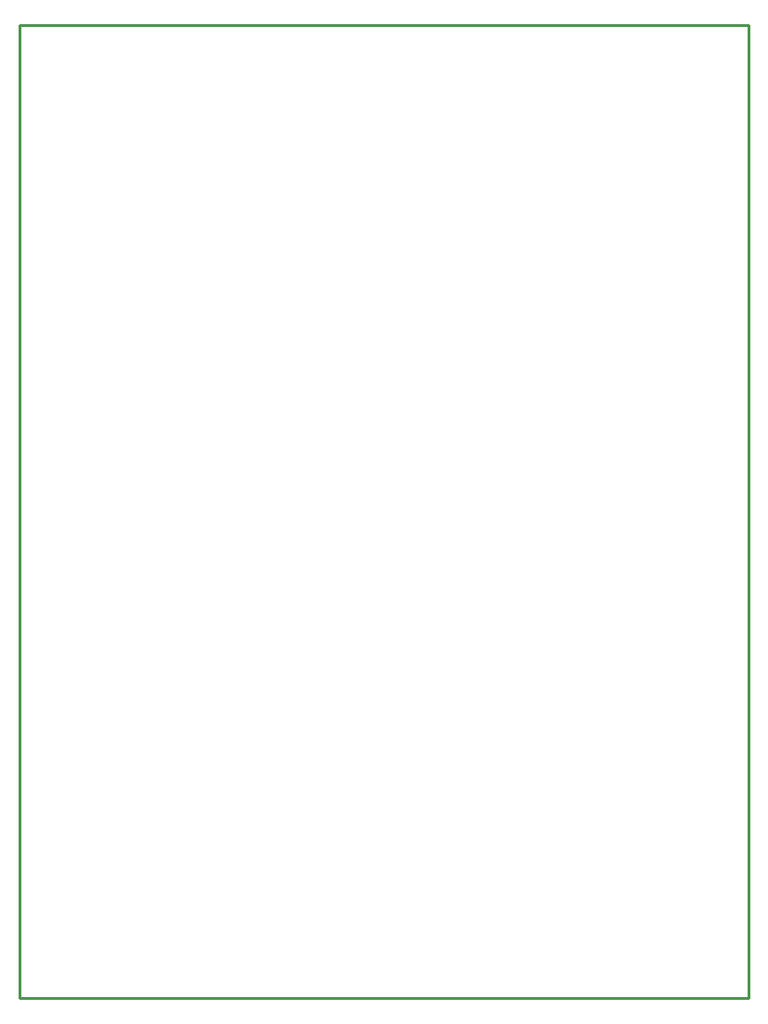
<source format=gko>
G04*
G04 #@! TF.GenerationSoftware,Altium Limited,Altium Designer,19.1.7 (138)*
G04*
G04 Layer_Color=16711935*
%FSLAX25Y25*%
%MOIN*%
G70*
G01*
G75*
%ADD12C,0.01000*%
D12*
X36000Y500D02*
Y349500D01*
Y500D02*
X297500D01*
X36000Y349500D02*
X297500D01*
Y500D02*
Y349500D01*
M02*

</source>
